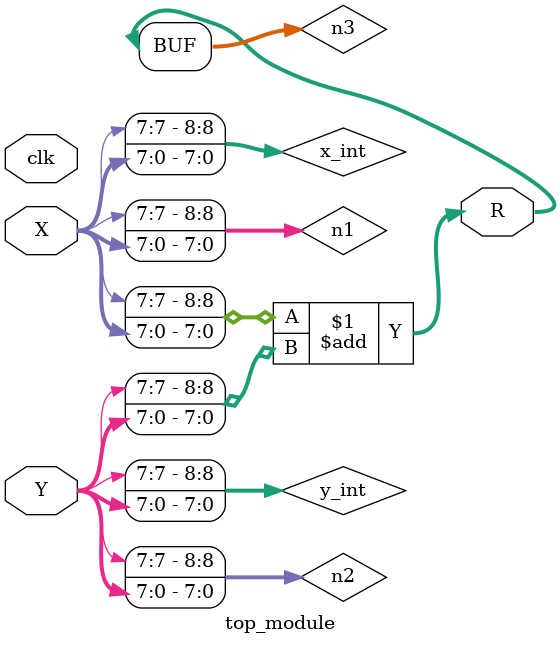
<source format=v>
module top_module
  (input  clk,
   input  [7:0] X,
   input  [7:0] Y,
   output [8:0] R);
  wire [8:0] x_int;
  wire [8:0] y_int;
  wire [8:0] n1;
  wire [8:0] n2;
  wire [8:0] n3;
  assign R = n3; //(module output)
  /* adder8.vhdl:32:8  */
  assign x_int = n1; // (signal)
  /* adder8.vhdl:34:8  */
  assign y_int = n2; // (signal)
  /* adder8.vhdl:37:30  */
  assign n1 = {{1{X[7]}}, X}; // sext
  /* adder8.vhdl:38:30  */
  assign n2 = {{1{Y[7]}}, Y}; // sext
  /* adder8.vhdl:39:50  */
  assign n3 = x_int + y_int;
endmodule


</source>
